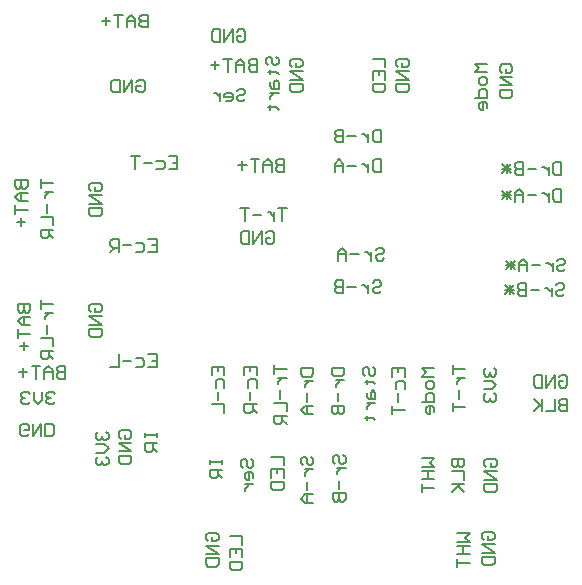
<source format=gbo>
G04*
G04 #@! TF.GenerationSoftware,Altium Limited,Altium Designer,24.3.1 (35)*
G04*
G04 Layer_Color=32896*
%FSLAX25Y25*%
%MOIN*%
G70*
G04*
G04 #@! TF.SameCoordinates,C640A665-BD72-4C55-9E38-BDB06A3A2499*
G04*
G04*
G04 #@! TF.FilePolarity,Positive*
G04*
G01*
G75*
%ADD12C,0.00700*%
D12*
X41481Y108930D02*
X44280D01*
Y104732D01*
X41481D01*
X44280Y106831D02*
X42881D01*
X37283Y107531D02*
X39382D01*
X40082Y106831D01*
Y105431D01*
X39382Y104732D01*
X37283D01*
X35883Y106831D02*
X33084D01*
X31684Y108930D02*
X28885D01*
X30285D01*
Y104732D01*
X80677Y91672D02*
X77878D01*
X79278D01*
Y87473D01*
X76479Y90272D02*
Y87473D01*
Y88872D01*
X75779Y89572D01*
X75079Y90272D01*
X74379D01*
X72280Y89572D02*
X69481D01*
X68081Y91672D02*
X65282D01*
X66682D01*
Y87473D01*
X34591Y42985D02*
X37391D01*
Y38787D01*
X34591D01*
X37391Y40886D02*
X35991D01*
X30393Y41586D02*
X32492D01*
X33192Y40886D01*
Y39487D01*
X32492Y38787D01*
X30393D01*
X28993Y40886D02*
X26194D01*
X24795Y42985D02*
Y38787D01*
X21996D01*
X34591Y81371D02*
X37391D01*
Y77173D01*
X34591D01*
X37391Y79272D02*
X35991D01*
X30393Y79972D02*
X32492D01*
X33192Y79272D01*
Y77873D01*
X32492Y77173D01*
X30393D01*
X28993Y79272D02*
X26194D01*
X24795Y77173D02*
Y81371D01*
X22695D01*
X21996Y80672D01*
Y79272D01*
X22695Y78572D01*
X24795D01*
X23395D02*
X21996Y77173D01*
X-1257Y61009D02*
Y58210D01*
Y59609D01*
X2942D01*
X143Y56810D02*
X2942D01*
X1542D01*
X842Y56111D01*
X143Y55411D01*
Y54711D01*
X842Y52612D02*
Y49812D01*
X-1257Y48413D02*
X2942D01*
Y45614D01*
Y44214D02*
X-1257D01*
Y42115D01*
X-557Y41415D01*
X842D01*
X1542Y42115D01*
Y44214D01*
Y42815D02*
X2942Y41415D01*
X-1257Y101363D02*
Y98564D01*
Y99964D01*
X2942D01*
X143Y97165D02*
X2942D01*
X1542D01*
X842Y96465D01*
X143Y95765D01*
Y95065D01*
X842Y92966D02*
Y90167D01*
X-1257Y88767D02*
X2942D01*
Y85968D01*
Y84569D02*
X-1257D01*
Y82469D01*
X-557Y81770D01*
X842D01*
X1542Y82469D01*
Y84569D01*
Y83169D02*
X2942Y81770D01*
X79986Y108033D02*
Y103834D01*
X77887D01*
X77187Y104534D01*
Y105234D01*
X77887Y105933D01*
X79986D01*
X77887D01*
X77187Y106633D01*
Y107333D01*
X77887Y108033D01*
X79986D01*
X75788Y103834D02*
Y106633D01*
X74388Y108033D01*
X72988Y106633D01*
Y103834D01*
Y105933D01*
X75788D01*
X71589Y108033D02*
X68790D01*
X70189D01*
Y103834D01*
X67390Y105933D02*
X64591D01*
X65991Y107333D02*
Y104534D01*
X73812Y83244D02*
X74512Y83943D01*
X75912D01*
X76612Y83244D01*
Y80445D01*
X75912Y79745D01*
X74512D01*
X73812Y80445D01*
Y81844D01*
X75212D01*
X72413Y79745D02*
Y83943D01*
X69614Y79745D01*
Y83943D01*
X68214D02*
Y79745D01*
X66115D01*
X65415Y80445D01*
Y83244D01*
X66115Y83943D01*
X68214D01*
X172233Y106962D02*
Y102763D01*
X170134D01*
X169434Y103463D01*
Y106262D01*
X170134Y106962D01*
X172233D01*
X168035Y105562D02*
Y102763D01*
Y104163D01*
X167335Y104863D01*
X166635Y105562D01*
X165935D01*
X163836Y104863D02*
X161037D01*
X159637Y106962D02*
Y102763D01*
X157538D01*
X156838Y103463D01*
Y104163D01*
X157538Y104863D01*
X159637D01*
X157538D01*
X156838Y105562D01*
Y106262D01*
X157538Y106962D01*
X159637D01*
X155439Y106262D02*
X152639Y103463D01*
X155439D02*
X152639Y106262D01*
X155439Y104863D02*
X152639D01*
X154039Y103463D02*
Y106262D01*
X170418Y65908D02*
X171118Y66607D01*
X172518D01*
X173217Y65908D01*
Y65208D01*
X172518Y64508D01*
X171118D01*
X170418Y63809D01*
Y63109D01*
X171118Y62409D01*
X172518D01*
X173217Y63109D01*
X169019Y65208D02*
Y62409D01*
Y63809D01*
X168319Y64508D01*
X167619Y65208D01*
X166919D01*
X164820Y64508D02*
X162021D01*
X160621Y66607D02*
Y62409D01*
X158522D01*
X157822Y63109D01*
Y63809D01*
X158522Y64508D01*
X160621D01*
X158522D01*
X157822Y65208D01*
Y65908D01*
X158522Y66607D01*
X160621D01*
X156423Y65908D02*
X153624Y63109D01*
X156423D02*
X153624Y65908D01*
X156423Y64508D02*
X153624D01*
X155023Y63109D02*
Y65908D01*
X170768Y74182D02*
X171468Y74882D01*
X172868D01*
X173567Y74182D01*
Y73482D01*
X172868Y72783D01*
X171468D01*
X170768Y72083D01*
Y71383D01*
X171468Y70683D01*
X172868D01*
X173567Y71383D01*
X169369Y73482D02*
Y70683D01*
Y72083D01*
X168669Y72783D01*
X167969Y73482D01*
X167270D01*
X165170Y72783D02*
X162371D01*
X160971Y70683D02*
Y73482D01*
X159572Y74882D01*
X158172Y73482D01*
Y70683D01*
Y72783D01*
X160971D01*
X156773Y74182D02*
X153974Y71383D01*
X156773D02*
X153974Y74182D01*
X156773Y72783D02*
X153974D01*
X155373Y71383D02*
Y74182D01*
X172233Y98104D02*
Y93905D01*
X170134D01*
X169434Y94605D01*
Y97404D01*
X170134Y98104D01*
X172233D01*
X168035Y96704D02*
Y93905D01*
Y95305D01*
X167335Y96004D01*
X166635Y96704D01*
X165935D01*
X163836Y96004D02*
X161037D01*
X159637Y93905D02*
Y96704D01*
X158238Y98104D01*
X156838Y96704D01*
Y93905D01*
Y96004D01*
X159637D01*
X155439Y97404D02*
X152639Y94605D01*
X155439D02*
X152639Y97404D01*
X155439Y96004D02*
X152639D01*
X154039Y94605D02*
Y97404D01*
X109360Y141568D02*
X113558D01*
Y138769D01*
X109360Y134571D02*
Y137370D01*
X113558D01*
Y134571D01*
X111459Y137370D02*
Y135970D01*
X109360Y133171D02*
X113558D01*
Y131072D01*
X112859Y130372D01*
X110060D01*
X109360Y131072D01*
Y133171D01*
X64119Y150553D02*
X64819Y151253D01*
X66218D01*
X66918Y150553D01*
Y147754D01*
X66218Y147055D01*
X64819D01*
X64119Y147754D01*
Y149154D01*
X65519D01*
X62720Y147055D02*
Y151253D01*
X59920Y147055D01*
Y151253D01*
X58521D02*
Y147055D01*
X56422D01*
X55722Y147754D01*
Y150553D01*
X56422Y151253D01*
X58521D01*
X30654Y133821D02*
X31354Y134521D01*
X32754D01*
X33454Y133821D01*
Y131022D01*
X32754Y130322D01*
X31354D01*
X30654Y131022D01*
Y132422D01*
X32054D01*
X29255Y130322D02*
Y134521D01*
X26456Y130322D01*
Y134521D01*
X25056D02*
Y130322D01*
X22957D01*
X22257Y131022D01*
Y133821D01*
X22957Y134521D01*
X25056D01*
X70855Y141411D02*
Y137212D01*
X68756D01*
X68056Y137912D01*
Y138612D01*
X68756Y139311D01*
X70855D01*
X68756D01*
X68056Y140011D01*
Y140711D01*
X68756Y141411D01*
X70855D01*
X66657Y137212D02*
Y140011D01*
X65257Y141411D01*
X63857Y140011D01*
Y137212D01*
Y139311D01*
X66657D01*
X62458Y141411D02*
X59659D01*
X61058D01*
Y137212D01*
X58259Y139311D02*
X55460D01*
X56860Y140711D02*
Y137912D01*
X64119Y130868D02*
X64819Y131568D01*
X66218D01*
X66918Y130868D01*
Y130169D01*
X66218Y129469D01*
X64819D01*
X64119Y128769D01*
Y128069D01*
X64819Y127369D01*
X66218D01*
X66918Y128069D01*
X60620Y127369D02*
X62020D01*
X62720Y128069D01*
Y129469D01*
X62020Y130169D01*
X60620D01*
X59920Y129469D01*
Y128769D01*
X62720D01*
X58521Y130169D02*
Y127369D01*
Y128769D01*
X57821Y129469D01*
X57121Y130169D01*
X56422D01*
X-9862Y101033D02*
X-5663D01*
Y98934D01*
X-6363Y98234D01*
X-7063D01*
X-7762Y98934D01*
Y101033D01*
Y98934D01*
X-8462Y98234D01*
X-9162D01*
X-9862Y98934D01*
Y101033D01*
X-5663Y96834D02*
X-8462D01*
X-9862Y95435D01*
X-8462Y94035D01*
X-5663D01*
X-7762D01*
Y96834D01*
X-9862Y92636D02*
Y89837D01*
Y91236D01*
X-5663D01*
X-7762Y88437D02*
Y85638D01*
X-9162Y87038D02*
X-6363D01*
X-8878Y59694D02*
X-4679D01*
Y57595D01*
X-5379Y56895D01*
X-6078D01*
X-6778Y57595D01*
Y59694D01*
Y57595D01*
X-7478Y56895D01*
X-8178D01*
X-8878Y57595D01*
Y59694D01*
X-4679Y55496D02*
X-7478D01*
X-8878Y54096D01*
X-7478Y52697D01*
X-4679D01*
X-6778D01*
Y55496D01*
X-8878Y51297D02*
Y48498D01*
Y49898D01*
X-4679D01*
X-6778Y47099D02*
Y44300D01*
X-8178Y45699D02*
X-5379D01*
X15572Y57076D02*
X14872Y57776D01*
Y59176D01*
X15572Y59876D01*
X18371D01*
X19070Y59176D01*
Y57776D01*
X18371Y57076D01*
X16971D01*
Y58476D01*
X19070Y55677D02*
X14872D01*
X19070Y52878D01*
X14872D01*
Y51478D02*
X19070D01*
Y49379D01*
X18371Y48679D01*
X15572D01*
X14872Y49379D01*
Y51478D01*
X15572Y97431D02*
X14872Y98131D01*
Y99530D01*
X15572Y100230D01*
X18371D01*
X19070Y99530D01*
Y98131D01*
X18371Y97431D01*
X16971D01*
Y98830D01*
X19070Y96031D02*
X14872D01*
X19070Y93232D01*
X14872D01*
Y91833D02*
X19070D01*
Y89733D01*
X18371Y89033D01*
X15572D01*
X14872Y89733D01*
Y91833D01*
X117934Y138769D02*
X117234Y139469D01*
Y140869D01*
X117934Y141568D01*
X120733D01*
X121432Y140869D01*
Y139469D01*
X120733Y138769D01*
X119333D01*
Y140169D01*
X121432Y137370D02*
X117234D01*
X121432Y134571D01*
X117234D01*
Y133171D02*
X121432D01*
Y131072D01*
X120733Y130372D01*
X117934D01*
X117234Y131072D01*
Y133171D01*
X152383Y136801D02*
X151683Y137501D01*
Y138900D01*
X152383Y139600D01*
X155182D01*
X155881Y138900D01*
Y137501D01*
X155182Y136801D01*
X153782D01*
Y138200D01*
X155881Y135401D02*
X151683D01*
X155881Y132602D01*
X151683D01*
Y131203D02*
X155881D01*
Y129103D01*
X155182Y128403D01*
X152383D01*
X151683Y129103D01*
Y131203D01*
X82501Y138769D02*
X81801Y139469D01*
Y140869D01*
X82501Y141568D01*
X85300D01*
X86000Y140869D01*
Y139469D01*
X85300Y138769D01*
X83900D01*
Y140169D01*
X86000Y137370D02*
X81801D01*
X86000Y134571D01*
X81801D01*
Y133171D02*
X86000D01*
Y131072D01*
X85300Y130372D01*
X82501D01*
X81801Y131072D01*
Y133171D01*
X74519Y139262D02*
X73819Y139962D01*
Y141361D01*
X74519Y142061D01*
X75218D01*
X75918Y141361D01*
Y139962D01*
X76618Y139262D01*
X77318D01*
X78017Y139962D01*
Y141361D01*
X77318Y142061D01*
X74519Y137163D02*
X75218D01*
Y137863D01*
Y136463D01*
Y137163D01*
X77318D01*
X78017Y136463D01*
X75218Y133664D02*
Y132264D01*
X75918Y131565D01*
X78017D01*
Y133664D01*
X77318Y134364D01*
X76618Y133664D01*
Y131565D01*
X75218Y130165D02*
X78017D01*
X76618D01*
X75918Y129465D01*
X75218Y128765D01*
Y128066D01*
X74519Y125267D02*
X75218D01*
Y125966D01*
Y124567D01*
Y125267D01*
X77318D01*
X78017Y124567D01*
X147627Y139749D02*
X143428D01*
X144828Y138349D01*
X143428Y136950D01*
X147627D01*
Y134851D02*
Y133451D01*
X146927Y132751D01*
X145528D01*
X144828Y133451D01*
Y134851D01*
X145528Y135550D01*
X146927D01*
X147627Y134851D01*
X143428Y128553D02*
X147627D01*
Y130652D01*
X146927Y131352D01*
X145528D01*
X144828Y130652D01*
Y128553D01*
X147627Y125054D02*
Y126453D01*
X146927Y127153D01*
X145528D01*
X144828Y126453D01*
Y125054D01*
X145528Y124354D01*
X146227D01*
Y127153D01*
X171403Y35396D02*
X172102Y36096D01*
X173502D01*
X174202Y35396D01*
Y32597D01*
X173502Y31897D01*
X172102D01*
X171403Y32597D01*
Y33996D01*
X172802D01*
X170003Y31897D02*
Y36096D01*
X167204Y31897D01*
Y36096D01*
X165804D02*
Y31897D01*
X163705D01*
X163005Y32597D01*
Y35396D01*
X163705Y36096D01*
X165804D01*
X174202Y28222D02*
Y24023D01*
X172102D01*
X171403Y24723D01*
Y25423D01*
X172102Y26122D01*
X174202D01*
X172102D01*
X171403Y26822D01*
Y27522D01*
X172102Y28222D01*
X174202D01*
X170003D02*
Y24023D01*
X167204D01*
X165804Y28222D02*
Y24023D01*
Y25423D01*
X163005Y28222D01*
X165105Y26122D01*
X163005Y24023D01*
X137523Y-16747D02*
X141721D01*
X140322Y-18146D01*
X141721Y-19546D01*
X137523D01*
Y-20946D02*
X141721D01*
X139622D01*
Y-23745D01*
X137523D01*
X141721D01*
X137523Y-25144D02*
Y-27943D01*
Y-26544D01*
X141721D01*
X146519Y-18925D02*
X145819Y-18225D01*
Y-16826D01*
X146519Y-16126D01*
X149318D01*
X150018Y-16826D01*
Y-18225D01*
X149318Y-18925D01*
X147919D01*
Y-17525D01*
X150018Y-20324D02*
X145819D01*
X150018Y-23124D01*
X145819D01*
Y-24523D02*
X150018D01*
Y-26622D01*
X149318Y-27322D01*
X146519D01*
X145819Y-26622D01*
Y-24523D01*
X54505Y-19391D02*
X53805Y-18691D01*
Y-17291D01*
X54505Y-16592D01*
X57304D01*
X58004Y-17291D01*
Y-18691D01*
X57304Y-19391D01*
X55905D01*
Y-17991D01*
X58004Y-20790D02*
X53805D01*
X58004Y-23589D01*
X53805D01*
Y-24989D02*
X58004D01*
Y-27088D01*
X57304Y-27788D01*
X54505D01*
X53805Y-27088D01*
Y-24989D01*
X61735Y-17731D02*
X65934D01*
Y-20530D01*
X61735Y-24729D02*
Y-21930D01*
X65934D01*
Y-24729D01*
X63835Y-21930D02*
Y-23329D01*
X61735Y-26129D02*
X65934D01*
Y-28228D01*
X65234Y-28928D01*
X62435D01*
X61735Y-28228D01*
Y-26129D01*
X34438Y156175D02*
Y151976D01*
X32339D01*
X31639Y152676D01*
Y153375D01*
X32339Y154075D01*
X34438D01*
X32339D01*
X31639Y154775D01*
Y155475D01*
X32339Y156175D01*
X34438D01*
X30239Y151976D02*
Y154775D01*
X28840Y156175D01*
X27440Y154775D01*
Y151976D01*
Y154075D01*
X30239D01*
X26041Y156175D02*
X23242D01*
X24641D01*
Y151976D01*
X21842Y154075D02*
X19043D01*
X20442Y155475D02*
Y152676D01*
X6879Y39048D02*
Y34850D01*
X4780D01*
X4080Y35550D01*
Y36249D01*
X4780Y36949D01*
X6879D01*
X4780D01*
X4080Y37649D01*
Y38349D01*
X4780Y39048D01*
X6879D01*
X2680Y34850D02*
Y37649D01*
X1281Y39048D01*
X-119Y37649D01*
Y34850D01*
Y36949D01*
X2680D01*
X-1519Y39048D02*
X-4318D01*
X-2918D01*
Y34850D01*
X-5717Y36949D02*
X-8516D01*
X-7117Y38349D02*
Y35550D01*
X-5268Y16299D02*
X-5968Y15599D01*
X-7368D01*
X-8067Y16299D01*
Y19098D01*
X-7368Y19798D01*
X-5968D01*
X-5268Y19098D01*
Y17699D01*
X-6668D01*
X-3869Y19798D02*
Y15599D01*
X-1070Y19798D01*
Y15599D01*
X330D02*
Y19798D01*
X2429D01*
X3129Y19098D01*
Y16299D01*
X2429Y15599D01*
X330D01*
X3449Y29782D02*
X2749Y30482D01*
X1349D01*
X649Y29782D01*
Y29082D01*
X1349Y28382D01*
X2049D01*
X1349D01*
X649Y27683D01*
Y26983D01*
X1349Y26283D01*
X2749D01*
X3449Y26983D01*
X-750Y30482D02*
Y27683D01*
X-2150Y26283D01*
X-3549Y27683D01*
Y30482D01*
X-4949Y29782D02*
X-5649Y30482D01*
X-7048D01*
X-7748Y29782D01*
Y29082D01*
X-7048Y28382D01*
X-6348D01*
X-7048D01*
X-7748Y27683D01*
Y26983D01*
X-7048Y26283D01*
X-5649D01*
X-4949Y26983D01*
X76499Y39355D02*
Y36556D01*
Y37956D01*
X80698D01*
X77899Y35157D02*
X80698D01*
X79298D01*
X78598Y34457D01*
X77899Y33757D01*
Y33057D01*
X78598Y30958D02*
Y28159D01*
X76499Y26759D02*
X80698D01*
Y23960D01*
Y22561D02*
X76499D01*
Y20461D01*
X77199Y19762D01*
X78598D01*
X79298Y20461D01*
Y22561D01*
Y21161D02*
X80698Y19762D01*
X55729Y36089D02*
Y38888D01*
X59927D01*
Y36089D01*
X57828Y38888D02*
Y37489D01*
X57128Y31891D02*
Y33990D01*
X57828Y34690D01*
X59228D01*
X59927Y33990D01*
Y31891D01*
X57828Y30491D02*
Y27692D01*
X55729Y26292D02*
X59927D01*
Y23493D01*
X66556Y36089D02*
Y38888D01*
X70754D01*
Y36089D01*
X68655Y38888D02*
Y37489D01*
X67955Y31891D02*
Y33990D01*
X68655Y34690D01*
X70054D01*
X70754Y33990D01*
Y31891D01*
X68655Y30491D02*
Y27692D01*
X70754Y26292D02*
X66556D01*
Y24193D01*
X67255Y23493D01*
X68655D01*
X69355Y24193D01*
Y26292D01*
Y24893D02*
X70754Y23493D01*
X17852Y17224D02*
X17153Y16524D01*
Y15125D01*
X17852Y14425D01*
X18552D01*
X19252Y15125D01*
Y15825D01*
Y15125D01*
X19952Y14425D01*
X20651D01*
X21351Y15125D01*
Y16524D01*
X20651Y17224D01*
X17153Y13026D02*
X19952D01*
X21351Y11626D01*
X19952Y10227D01*
X17153D01*
X17852Y8827D02*
X17153Y8127D01*
Y6728D01*
X17852Y6028D01*
X18552D01*
X19252Y6728D01*
Y7428D01*
Y6728D01*
X19952Y6028D01*
X20651D01*
X21351Y6728D01*
Y8127D01*
X20651Y8827D01*
X25403Y14826D02*
X24703Y15526D01*
Y16925D01*
X25403Y17625D01*
X28202D01*
X28902Y16925D01*
Y15526D01*
X28202Y14826D01*
X26803D01*
Y16225D01*
X28902Y13426D02*
X24703D01*
X28902Y10627D01*
X24703D01*
Y9228D02*
X28902D01*
Y7128D01*
X28202Y6428D01*
X25403D01*
X24703Y7128D01*
Y9228D01*
X33444Y16758D02*
Y15359D01*
Y16059D01*
X37643D01*
Y16758D01*
Y15359D01*
Y13259D02*
X33444D01*
Y11160D01*
X34144Y10460D01*
X35543D01*
X36243Y11160D01*
Y13259D01*
Y11860D02*
X37643Y10460D01*
X55098Y7900D02*
Y6500D01*
Y7200D01*
X59296D01*
Y7900D01*
Y6500D01*
Y4401D02*
X55098D01*
Y2302D01*
X55797Y1602D01*
X57197D01*
X57897Y2302D01*
Y4401D01*
Y3002D02*
X59296Y1602D01*
X66133Y5194D02*
X65433Y5893D01*
Y7293D01*
X66133Y7993D01*
X66832D01*
X67532Y7293D01*
Y5893D01*
X68232Y5194D01*
X68932D01*
X69631Y5893D01*
Y7293D01*
X68932Y7993D01*
X69631Y1695D02*
Y3094D01*
X68932Y3794D01*
X67532D01*
X66832Y3094D01*
Y1695D01*
X67532Y995D01*
X68232D01*
Y3794D01*
X66832Y-405D02*
X69631D01*
X68232D01*
X67532Y-1104D01*
X66832Y-1804D01*
Y-2504D01*
X75515Y8844D02*
X79713D01*
Y6044D01*
X75515Y1846D02*
Y4645D01*
X79713D01*
Y1846D01*
X77614Y4645D02*
Y3245D01*
X75515Y446D02*
X79713D01*
Y-1653D01*
X79014Y-2353D01*
X76214D01*
X75515Y-1653D01*
Y446D01*
X95767Y38449D02*
X99965D01*
Y36349D01*
X99266Y35650D01*
X96466D01*
X95767Y36349D01*
Y38449D01*
X97166Y34250D02*
X99965D01*
X98566D01*
X97866Y33550D01*
X97166Y32851D01*
Y32151D01*
X97866Y30052D02*
Y27253D01*
X95767Y25853D02*
X99965D01*
Y23754D01*
X99266Y23054D01*
X98566D01*
X97866Y23754D01*
Y25853D01*
Y23754D01*
X97166Y23054D01*
X96466D01*
X95767Y23754D01*
Y25853D01*
X106793Y35827D02*
X106094Y36527D01*
Y37926D01*
X106793Y38626D01*
X107493D01*
X108193Y37926D01*
Y36527D01*
X108893Y35827D01*
X109592D01*
X110292Y36527D01*
Y37926D01*
X109592Y38626D01*
X106793Y33727D02*
X107493D01*
Y34427D01*
Y33028D01*
Y33727D01*
X109592D01*
X110292Y33028D01*
X107493Y30229D02*
Y28829D01*
X108193Y28129D01*
X110292D01*
Y30229D01*
X109592Y30928D01*
X108893Y30229D01*
Y28129D01*
X107493Y26730D02*
X110292D01*
X108893D01*
X108193Y26030D01*
X107493Y25330D01*
Y24631D01*
X106793Y21831D02*
X107493D01*
Y22531D01*
Y21132D01*
Y21831D01*
X109592D01*
X110292Y21132D01*
X115869Y35572D02*
Y38371D01*
X120068D01*
Y35572D01*
X117968Y38371D02*
Y36972D01*
X117269Y31373D02*
Y33473D01*
X117968Y34172D01*
X119368D01*
X120068Y33473D01*
Y31373D01*
X117968Y29974D02*
Y27175D01*
X115869Y25775D02*
Y22976D01*
Y24376D01*
X120068D01*
X129910Y38371D02*
X125712D01*
X127111Y36972D01*
X125712Y35572D01*
X129910D01*
Y33473D02*
Y32073D01*
X129210Y31373D01*
X127811D01*
X127111Y32073D01*
Y33473D01*
X127811Y34172D01*
X129210D01*
X129910Y33473D01*
X125712Y27175D02*
X129910D01*
Y29274D01*
X129210Y29974D01*
X127811D01*
X127111Y29274D01*
Y27175D01*
X129910Y23676D02*
Y25075D01*
X129210Y25775D01*
X127811D01*
X127111Y25075D01*
Y23676D01*
X127811Y22976D01*
X128511D01*
Y25775D01*
X136081Y39335D02*
Y36536D01*
Y37936D01*
X140279D01*
X137480Y35136D02*
X140279D01*
X138880D01*
X138180Y34437D01*
X137480Y33737D01*
Y33037D01*
X138180Y30938D02*
Y28139D01*
X136081Y26739D02*
Y23940D01*
Y25340D01*
X140279D01*
X147081Y38371D02*
X146381Y37671D01*
Y36272D01*
X147081Y35572D01*
X147781D01*
X148480Y36272D01*
Y36972D01*
Y36272D01*
X149180Y35572D01*
X149880D01*
X150580Y36272D01*
Y37671D01*
X149880Y38371D01*
X146381Y34172D02*
X149180D01*
X150580Y32773D01*
X149180Y31373D01*
X146381D01*
X147081Y29974D02*
X146381Y29274D01*
Y27874D01*
X147081Y27175D01*
X147781D01*
X148480Y27874D01*
Y28574D01*
Y27874D01*
X149180Y27175D01*
X149880D01*
X150580Y27874D01*
Y29274D01*
X149880Y29974D01*
X147321Y5334D02*
X146622Y6034D01*
Y7434D01*
X147321Y8133D01*
X150121D01*
X150820Y7434D01*
Y6034D01*
X150121Y5334D01*
X148721D01*
Y6734D01*
X150820Y3935D02*
X146622D01*
X150820Y1136D01*
X146622D01*
Y-264D02*
X150820D01*
Y-2363D01*
X150121Y-3063D01*
X147321D01*
X146622Y-2363D01*
Y-264D01*
X135795Y8133D02*
X139994D01*
Y6034D01*
X139294Y5334D01*
X138594D01*
X137894Y6034D01*
Y8133D01*
Y6034D01*
X137195Y5334D01*
X136495D01*
X135795Y6034D01*
Y8133D01*
Y3935D02*
X139994D01*
Y1136D01*
X135795Y-264D02*
X139994D01*
X138594D01*
X135795Y-3063D01*
X137894Y-964D01*
X139994Y-3063D01*
X125668Y8294D02*
X129866D01*
X128467Y6895D01*
X129866Y5495D01*
X125668D01*
Y4096D02*
X129866D01*
X127767D01*
Y1297D01*
X125668D01*
X129866D01*
X125668Y-103D02*
Y-2902D01*
Y-1503D01*
X129866D01*
X96840Y6479D02*
X96140Y7179D01*
Y8579D01*
X96840Y9279D01*
X97540D01*
X98239Y8579D01*
Y7179D01*
X98939Y6479D01*
X99639D01*
X100339Y7179D01*
Y8579D01*
X99639Y9279D01*
X97540Y5080D02*
X100339D01*
X98939D01*
X98239Y4380D01*
X97540Y3680D01*
Y2981D01*
X98239Y881D02*
Y-1918D01*
X96140Y-3317D02*
X100339D01*
Y-5417D01*
X99639Y-6117D01*
X98939D01*
X98239Y-5417D01*
Y-3317D01*
Y-5417D01*
X97540Y-6117D01*
X96840D01*
X96140Y-5417D01*
Y-3317D01*
X110379Y77719D02*
X111079Y78419D01*
X112478D01*
X113178Y77719D01*
Y77019D01*
X112478Y76319D01*
X111079D01*
X110379Y75620D01*
Y74920D01*
X111079Y74220D01*
X112478D01*
X113178Y74920D01*
X108979Y77019D02*
Y74220D01*
Y75620D01*
X108280Y76319D01*
X107580Y77019D01*
X106880D01*
X104781Y76319D02*
X101982D01*
X100582Y74220D02*
Y77019D01*
X99182Y78419D01*
X97783Y77019D01*
Y74220D01*
Y76319D01*
X100582D01*
X112194Y107946D02*
Y103747D01*
X110094D01*
X109395Y104447D01*
Y107246D01*
X110094Y107946D01*
X112194D01*
X107995Y106547D02*
Y103747D01*
Y105147D01*
X107295Y105847D01*
X106596Y106547D01*
X105896D01*
X103797Y105847D02*
X100997D01*
X99598Y103747D02*
Y106547D01*
X98198Y107946D01*
X96799Y106547D01*
Y103747D01*
Y105847D01*
X99598D01*
X86057Y6044D02*
X85357Y6744D01*
Y8144D01*
X86057Y8844D01*
X86757D01*
X87457Y8144D01*
Y6744D01*
X88156Y6044D01*
X88856D01*
X89556Y6744D01*
Y8144D01*
X88856Y8844D01*
X86757Y4645D02*
X89556D01*
X88156D01*
X87457Y3945D01*
X86757Y3245D01*
Y2546D01*
X87457Y446D02*
Y-2353D01*
X89556Y-3752D02*
X86757D01*
X85357Y-5152D01*
X86757Y-6551D01*
X89556D01*
X87457D01*
Y-3752D01*
X85357Y38371D02*
X89556D01*
Y36272D01*
X88856Y35572D01*
X86057D01*
X85357Y36272D01*
Y38371D01*
X86757Y34172D02*
X89556D01*
X88156D01*
X87457Y33473D01*
X86757Y32773D01*
Y32073D01*
X87457Y29974D02*
Y27175D01*
X89556Y25775D02*
X86757D01*
X85357Y24376D01*
X86757Y22976D01*
X89556D01*
X87457D01*
Y25775D01*
X109395Y66892D02*
X110094Y67592D01*
X111494D01*
X112194Y66892D01*
Y66192D01*
X111494Y65492D01*
X110094D01*
X109395Y64793D01*
Y64093D01*
X110094Y63393D01*
X111494D01*
X112194Y64093D01*
X107995Y66192D02*
Y63393D01*
Y64793D01*
X107295Y65492D01*
X106596Y66192D01*
X105896D01*
X103797Y65492D02*
X100997D01*
X99598Y67592D02*
Y63393D01*
X97499D01*
X96799Y64093D01*
Y64793D01*
X97499Y65492D01*
X99598D01*
X97499D01*
X96799Y66192D01*
Y66892D01*
X97499Y67592D01*
X99598D01*
X112194Y117789D02*
Y113590D01*
X110094D01*
X109395Y114290D01*
Y117089D01*
X110094Y117789D01*
X112194D01*
X107995Y116389D02*
Y113590D01*
Y114990D01*
X107295Y115689D01*
X106596Y116389D01*
X105896D01*
X103797Y115689D02*
X100997D01*
X99598Y117789D02*
Y113590D01*
X97499D01*
X96799Y114290D01*
Y114990D01*
X97499Y115689D01*
X99598D01*
X97499D01*
X96799Y116389D01*
Y117089D01*
X97499Y117789D01*
X99598D01*
M02*

</source>
